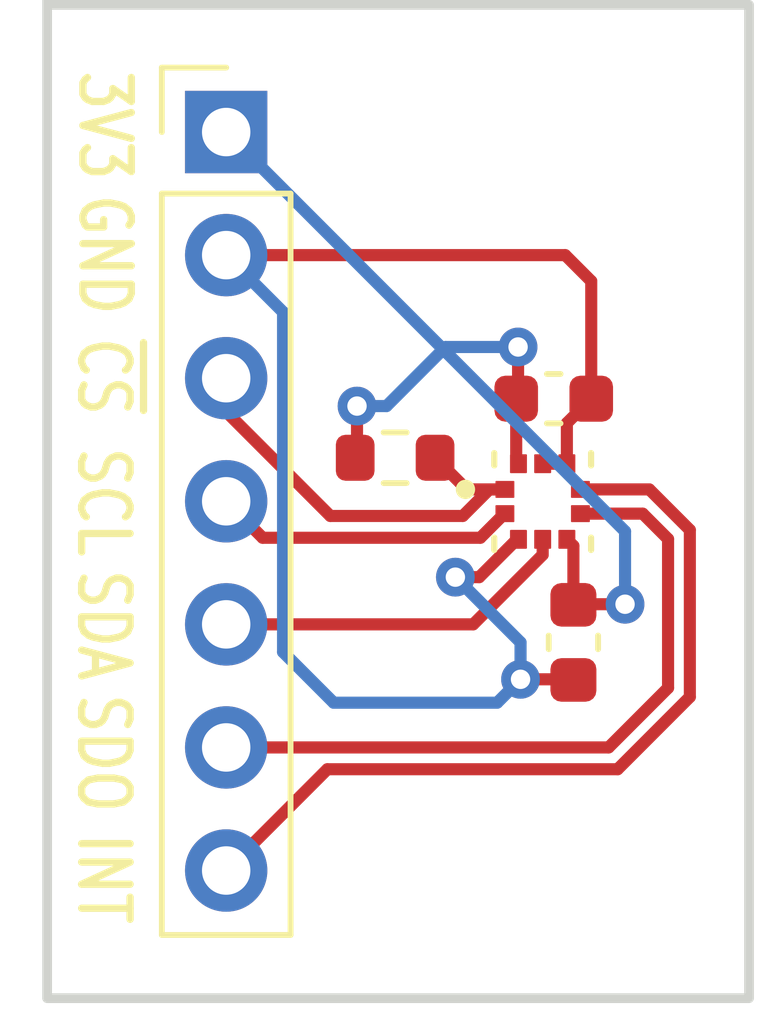
<source format=kicad_pcb>
(kicad_pcb (version 20211014) (generator pcbnew)
  (layers (0 "F.Cu" signal) (31 "B.Cu" signal) (34 "B.Paste" user) (35 "F.Paste" user) (36 "B.SilkS" user "B.Silkscreen") (37 "F.SilkS" user "F.Silkscreen") (38 "B.Mask" user) (39 "F.Mask" user) (44 "Edge.Cuts" user))
  (net 0 "")
  (net 1 "GND")
  (net 2 "+3V3")
  (net 3 "/SCL")
  (net 4 "/SDA")
  (net 5 "/SDO")
  (net 6 "/~{CS}")
  (net 7 "/INT")
  (footprint "ICP20100:PQFN50P200X200X85-10N" (layer "F.Cu") (at 110.236808 110.25)
    (fp_text reference "U1" hide)
    (fp_text value "ICP20100")
    (fp_line (start -1 -1) (end -1 -0.745) (layer "F.SilkS") (width 0.127))
    (fp_line (start 1 -1) (end 1 -0.745) (layer "F.SilkS") (width 0.127))
    (fp_line (start 1 1) (end 1 0.745) (layer "F.SilkS") (width 0.127))
    (fp_line (start -1 1) (end -1 0.745) (layer "F.SilkS") (width 0.127))
    (fp_circle (center -1.595 -0.25) (end -1.495 -0.25) (layer "F.SilkS") (width 0.2) (fill none))
    (pad "1" smd roundrect locked (at -0.78 -0.25) (size 0.39 0.35) (layers "F.Cu" "F.Paste" "F.Mask") (roundrect_rratio 0.04) (net 6 "/~{CS}"))
    (pad "2" smd roundrect locked (at -0.78 0.25) (size 0.39 0.35) (layers "F.Cu" "F.Paste" "F.Mask") (roundrect_rratio 0.04) (net 3 "/SCL"))
    (pad "3" smd roundrect locked (at -0.5 0.78) (size 0.35 0.39) (layers "F.Cu" "F.Paste" "F.Mask") (roundrect_rratio 0.05) (net 1 "GND"))
    (pad "4" smd roundrect locked (at 0 0.78) (size 0.35 0.39) (layers "F.Cu" "F.Paste" "F.Mask") (roundrect_rratio 0.05) (net 4 "/SDA"))
    (pad "5" smd roundrect locked (at 0.5 0.78) (size 0.35 0.39) (layers "F.Cu" "F.Paste" "F.Mask") (roundrect_rratio 0.05) (net 2 "+3V3"))
    (pad "6" smd roundrect locked (at 0.78 0.25) (size 0.39 0.35) (layers "F.Cu" "F.Paste" "F.Mask") (roundrect_rratio 0.04) (net 5 "/SDO"))
    (pad "7" smd roundrect locked (at 0.78 -0.25) (size 0.39 0.35) (layers "F.Cu" "F.Paste" "F.Mask") (roundrect_rratio 0.04) (net 7 "/INT"))
    (pad "8" smd roundrect locked (at 0.5 -0.78) (size 0.35 0.39) (layers "F.Cu" "F.Paste" "F.Mask") (roundrect_rratio 0.05) (net 1 "GND"))
    (pad "9" smd roundrect locked (at 0 -0.78) (size 0.35 0.39) (layers "F.Cu" "F.Paste" "F.Mask") (roundrect_rratio 0.05) (net 1 "GND"))
    (pad "10" smd roundrect locked (at -0.5 -0.78) (size 0.35 0.39) (layers "F.Cu" "F.Paste" "F.Mask") (roundrect_rratio 0.05) (net 2 "+3V3"))
  )
  (footprint "Capacitor_SMD:C_0603_1608Metric" (layer "F.Cu") (at 110.871808 113.157 90)
    (fp_text reference "C1" hide)
    (fp_text value "0.1µF")
    (fp_line (start -0.14058 0.51) (end 0.14058 0.51) (layer "F.SilkS") (width 0.12))
    (fp_line (start -0.14058 -0.51) (end 0.14058 -0.51) (layer "F.SilkS") (width 0.12))
    (pad "1" smd roundrect (at -0.775 0 90) (size 0.9 0.95) (layers "F.Cu" "F.Paste" "F.Mask") (net 1 "GND"))
    (pad "2" smd roundrect (at 0.775 0 90) (size 0.9 0.95) (layers "F.Cu" "F.Paste" "F.Mask") (net 2 "+3V3"))
  )
  (footprint "Capacitor_SMD:C_0603_1608Metric" (layer "F.Cu") (at 110.465408 108.1278)
    (fp_text reference "C2" hide)
    (fp_text value "0.1µF")
    (fp_line (start -0.14058 0.51) (end 0.14058 0.51) (layer "F.SilkS") (width 0.12))
    (fp_line (start -0.14058 -0.51) (end 0.14058 -0.51) (layer "F.SilkS") (width 0.12))
    (pad "1" smd roundrect (at -0.775 0) (size 0.9 0.95) (layers "F.Cu" "F.Paste" "F.Mask") (net 2 "+3V3"))
    (pad "2" smd roundrect (at 0.775 0) (size 0.9 0.95) (layers "F.Cu" "F.Paste" "F.Mask") (net 1 "GND"))
  )
  (footprint "Connector_PinHeader_2.54mm:PinHeader_1x07_P2.54mm_Vertical" (layer "F.Cu") (at 103.698808 102.625)
    (fp_text reference "J1" hide)
    (fp_text value "Conn_01x07")
    (fp_line (start -1.33 16.57) (end 1.33 16.57) (layer "F.SilkS") (width 0.12))
    (fp_line (start 1.33 1.27) (end 1.33 16.57) (layer "F.SilkS") (width 0.12))
    (fp_line (start -1.33 1.27) (end -1.33 16.57) (layer "F.SilkS") (width 0.12))
    (fp_line (start -1.33 -1.33) (end 0 -1.33) (layer "F.SilkS") (width 0.12))
    (fp_line (start -1.33 1.27) (end 1.33 1.27) (layer "F.SilkS") (width 0.12))
    (fp_line (start -1.33 0) (end -1.33 -1.33) (layer "F.SilkS") (width 0.12))
    (pad "1" thru_hole rect (at 0 0) (size 1.7 1.7) (drill 1) (layers *.Cu *.Mask) (net 2 "+3V3"))
    (pad "2" thru_hole oval (at 0 2.54) (size 1.7 1.7) (drill 1) (layers *.Cu *.Mask) (net 1 "GND"))
    (pad "3" thru_hole oval (at 0 5.08) (size 1.7 1.7) (drill 1) (layers *.Cu *.Mask) (net 6 "/~{CS}"))
    (pad "4" thru_hole oval (at 0 7.62) (size 1.7 1.7) (drill 1) (layers *.Cu *.Mask) (net 3 "/SCL"))
    (pad "5" thru_hole oval (at 0 10.16) (size 1.7 1.7) (drill 1) (layers *.Cu *.Mask) (net 4 "/SDA"))
    (pad "6" thru_hole oval (at 0 12.7) (size 1.7 1.7) (drill 1) (layers *.Cu *.Mask) (net 5 "/SDO"))
    (pad "7" thru_hole oval (at 0 15.24) (size 1.7 1.7) (drill 1) (layers *.Cu *.Mask) (net 7 "/INT"))
  )
  (footprint "Resistor_SMD:R_0603_1608Metric" (layer "F.Cu") (at 107.188808 109.347 180)
    (fp_text reference "R1" hide)
    (fp_text value "R")
    (fp_line (start -0.237258 0.5225) (end 0.237258 0.5225) (layer "F.SilkS") (width 0.12))
    (fp_line (start -0.237258 -0.5225) (end 0.237258 -0.5225) (layer "F.SilkS") (width 0.12))
    (pad "1" smd roundrect (at -0.825 0 180) (size 0.8 0.95) (layers "F.Cu" "F.Paste" "F.Mask") (net 6 "/~{CS}"))
    (pad "2" smd roundrect (at 0.825 0 180) (size 0.8 0.95) (layers "F.Cu" "F.Paste" "F.Mask") (net 2 "+3V3"))
  )
  (gr_rect (start 100 100) (end 114.5 120.5) (layer "Edge.Cuts") (width 0.2) (fill none))
  (gr_text "SDA" (at 101.1682 112.8014 270) (layer "F.SilkS") (effects (font (size 1 0.8))))
  (gr_text "GND" (at 101.1936 105.156 270) (layer "F.SilkS") (effects (font (size 1 0.8))))
  (gr_text "SCL" (at 101.1682 110.2614 270) (layer "F.SilkS") (effects (font (size 1 0.8))))
  (gr_text "SDO" (at 101.1682 115.443 270) (layer "F.SilkS") (effects (font (size 1 0.8))))
  (gr_text "3V3" (at 101.1936 102.489 270) (layer "F.SilkS") (effects (font (size 1 0.8))))
  (gr_text "INT" (at 101.1682 118.0338 270) (layer "F.SilkS") (effects (font (size 1 0.8))))
  (gr_text "~{CS}" (at 101.1682 107.6706 270) (layer "F.SilkS") (effects (font (size 1 0.8))))
  (segment (start 108.433408 111.8108) (end 108.926008 111.8108) (width 0.25) (layer "F.Cu") (net 1))
  (segment (start 110.736808 109.47) (end 110.736808 108.6314) (width 0.25) (layer "F.Cu") (net 1))
  (segment (start 111.240408 105.7024) (end 111.240408 108.1278) (width 0.25) (layer "F.Cu") (net 1))
  (segment (start 110.858808 113.919) (end 110.871808 113.932) (width 0.25) (layer "F.Cu") (net 1))
  (segment (start 110.703008 105.165) (end 111.240408 105.7024) (width 0.25) (layer "F.Cu") (net 1))
  (segment (start 108.926008 111.8108) (end 109.736808 111) (width 0.25) (layer "F.Cu") (net 1))
  (segment (start 109.779608 113.919) (end 110.858808 113.919) (width 0.25) (layer "F.Cu") (net 1))
  (segment (start 110.736808 108.6314) (end 111.240408 108.1278) (width 0.25) (layer "F.Cu") (net 1))
  (segment (start 103.698808 105.165) (end 110.703008 105.165) (width 0.25) (layer "F.Cu") (net 1))
  (segment (start 110.236808 109.47) (end 110.736808 109.47) (width 0.25) (layer "F.Cu") (net 1))
  (via (at 109.779608 113.919) (size 0.8) (drill 0.4) (layers "F.Cu" "B.Cu") (net 1))
  (via (at 108.433408 111.8108) (size 0.8) (drill 0.4) (layers "F.Cu" "B.Cu") (net 1))
  (segment (start 104.873808 113.3566) (end 105.918808 114.4016) (width 0.25) (layer "B.Cu") (net 1))
  (segment (start 109.779608 113.157) (end 108.433408 111.8108) (width 0.25) (layer "B.Cu") (net 1))
  (segment (start 109.297008 114.4016) (end 109.779608 113.919) (width 0.25) (layer "B.Cu") (net 1))
  (segment (start 103.698808 105.165) (end 104.873808 106.34) (width 0.25) (layer "B.Cu") (net 1))
  (segment (start 105.918808 114.4016) (end 109.297008 114.4016) (width 0.25) (layer "B.Cu") (net 1))
  (segment (start 104.873808 106.34) (end 104.873808 113.3566) (width 0.25) (layer "B.Cu") (net 1))
  (segment (start 109.779608 113.919) (end 109.779608 113.157) (width 0.25) (layer "B.Cu") (net 1))
  (segment (start 110.871808 111.165) (end 110.736808 111.03) (width 0.25) (layer "F.Cu") (net 2))
  (segment (start 109.690408 109.4236) (end 109.736808 109.47) (width 0.25) (layer "F.Cu") (net 2))
  (segment (start 106.401408 109.3094) (end 106.363808 109.347) (width 0.25) (layer "F.Cu") (net 2))
  (segment (start 111.938608 112.3696) (end 110.884208 112.3696) (width 0.25) (layer "F.Cu") (net 2))
  (segment (start 109.728808 108.0894) (end 109.690408 108.1278) (width 0.25) (layer "F.Cu") (net 2))
  (segment (start 110.884208 112.3696) (end 110.871808 112.382) (width 0.25) (layer "F.Cu") (net 2))
  (segment (start 109.728808 107.061) (end 109.728808 108.0894) (width 0.25) (layer "F.Cu") (net 2))
  (segment (start 109.690408 108.1278) (end 109.690408 109.4236) (width 0.25) (layer "F.Cu") (net 2))
  (segment (start 110.871808 112.382) (end 110.871808 111.165) (width 0.25) (layer "F.Cu") (net 2))
  (segment (start 106.401408 108.2802) (end 106.401408 109.3094) (width 0.25) (layer "F.Cu") (net 2))
  (via (at 109.728808 107.061) (size 0.8) (drill 0.4) (layers "F.Cu" "B.Cu") (net 2))
  (via (at 106.401408 108.2802) (size 0.8) (drill 0.4) (layers "F.Cu" "B.Cu") (net 2))
  (via (at 111.938608 112.3696) (size 0.8) (drill 0.4) (layers "F.Cu" "B.Cu") (net 2))
  (segment (start 107.011008 108.2802) (end 106.401408 108.2802) (width 0.25) (layer "B.Cu") (net 2))
  (segment (start 108.182508 107.1087) (end 107.011008 108.2802) (width 0.25) (layer "B.Cu") (net 2))
  (segment (start 103.698808 102.625) (end 108.182508 107.1087) (width 0.25) (layer "B.Cu") (net 2))
  (segment (start 108.182508 107.1087) (end 111.938608 110.8648) (width 0.25) (layer "B.Cu") (net 2))
  (segment (start 108.182508 107.1087) (end 108.230208 107.061) (width 0.25) (layer "B.Cu") (net 2))
  (segment (start 111.938608 110.8648) (end 111.938608 112.3696) (width 0.25) (layer "B.Cu") (net 2))
  (segment (start 108.230208 107.061) (end 109.728808 107.061) (width 0.25) (layer "B.Cu") (net 2))
  (segment (start 104.451808 110.998) (end 108.94944 110.998) (width 0.25) (layer "F.Cu") (net 3))
  (segment (start 108.94944 110.998) (end 109.44744 110.5) (width 0.25) (layer "F.Cu") (net 3))
  (segment (start 109.44744 110.5) (end 109.456808 110.5) (width 0.25) (layer "F.Cu") (net 3))
  (segment (start 103.698808 110.245) (end 104.451808 110.998) (width 0.25) (layer "F.Cu") (net 3))
  (segment (start 108.801176 112.785) (end 110.236808 111.349368) (width 0.25) (layer "F.Cu") (net 4))
  (segment (start 103.698808 112.785) (end 108.801176 112.785) (width 0.25) (layer "F.Cu") (net 4))
  (segment (start 110.236808 111.349368) (end 110.236808 111.03) (width 0.25) (layer "F.Cu") (net 4))
  (segment (start 103.698808 115.325) (end 111.599004 115.325) (width 0.25) (layer "F.Cu") (net 5))
  (segment (start 112.303804 110.5) (end 111.016808 110.5) (width 0.25) (layer "F.Cu") (net 5))
  (segment (start 112.827204 111.0234) (end 112.303804 110.5) (width 0.25) (layer "F.Cu") (net 5))
  (segment (start 112.827204 114.0968) (end 112.827204 111.0234) (width 0.25) (layer "F.Cu") (net 5))
  (segment (start 111.599004 115.325) (end 112.827204 114.0968) (width 0.25) (layer "F.Cu") (net 5))
  (segment (start 105.849808 110.548) (end 108.58739 110.548) (width 0.25) (layer "F.Cu") (net 6))
  (segment (start 108.013808 109.347) (end 108.666808 110) (width 0.25) (layer "F.Cu") (net 6))
  (segment (start 108.58739 110.548) (end 109.13539 110) (width 0.25) (layer "F.Cu") (net 6))
  (segment (start 103.698808 108.397) (end 105.849808 110.548) (width 0.25) (layer "F.Cu") (net 6))
  (segment (start 108.666808 110) (end 109.456808 110) (width 0.25) (layer "F.Cu") (net 6))
  (segment (start 109.13539 110) (end 109.347808 110) (width 0.25) (layer "F.Cu") (net 6))
  (segment (start 103.698808 107.705) (end 103.698808 108.397) (width 0.25) (layer "F.Cu") (net 6))
  (segment (start 103.698808 117.865) (end 105.788808 115.775) (width 0.25) (layer "F.Cu") (net 7))
  (segment (start 105.788808 115.775) (end 111.7854 115.775) (width 0.25) (layer "F.Cu") (net 7))
  (segment (start 113.277204 114.283196) (end 113.277204 110.837004) (width 0.25) (layer "F.Cu") (net 7))
  (segment (start 112.4402 110) (end 111.016808 110) (width 0.25) (layer "F.Cu") (net 7))
  (segment (start 113.277204 110.837004) (end 112.4402 110) (width 0.25) (layer "F.Cu") (net 7))
  (segment (start 111.7854 115.775) (end 113.277204 114.283196) (width 0.25) (layer "F.Cu") (net 7))
)
</source>
